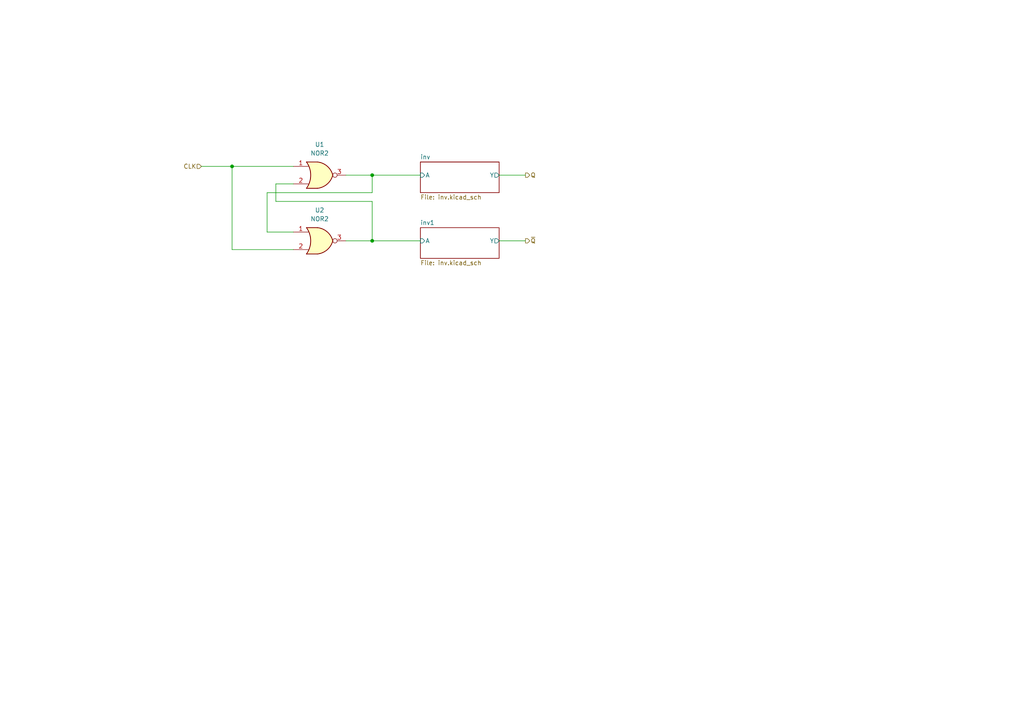
<source format=kicad_sch>
(kicad_sch (version 20211123) (generator eeschema)
  (paper "A4")
  (lib_symbols
    (symbol "VerilogLibrary:NOR2" (pin_names (offset 1.016))
      (property "Reference" "U" (at 0 1.27 0))
      (property "Value" "NOR2" (at 0 -1.27 0))
      (symbol "NOR2_1_1"
        (arc (start -3.81 -3.81) (mid -2.589 0) (end -3.81 3.81) (stroke (width 0.254)))
        (arc (start -0.6096 -3.81) (mid 2.1855 -2.584) (end 3.81 0) (stroke (width 0.254)) (fill (type background)))
        (polyline (pts (xy -3.81 -3.81) (xy -0.635 -3.81)) (stroke (width 0.254)) (fill (type background)))
        (polyline (pts (xy -3.81 3.81) (xy -0.635 3.81)) (stroke (width 0.254)) (fill (type background)))
        (polyline (pts (xy -0.635 3.81) (xy -3.81 3.81) (xy -3.81 3.81) (xy -3.556 3.4036) (xy -3.0226 2.2606) (xy -2.6924 1.0414) (xy -2.6162 -0.254) (xy -2.7686 -1.4986) (xy -3.175 -2.7178) (xy -3.81 -3.81) (xy -3.81 -3.81) (xy -0.635 -3.81)) (stroke (width -25.4)) (fill (type background)))
        (arc (start 3.81 0) (mid 2.1928 2.5925) (end -0.6096 3.81) (stroke (width 0.254)) (fill (type background)))
        (pin input line (at -7.62 2.54 0) (length 4.318) (name "~") (number "1"))
        (pin input line (at -7.62 -2.54 0) (length 4.318) (name "~") (number "2"))
        (pin output inverted (at 7.62 0 180) (length 3.81) (name "~") (number "3"))
      )
    )
  )
  (junction (at 107.95 50.8))
  (junction (at 107.95 69.85))
  (junction (at 67.31 48.26))
  (wire (pts (xy 80.01 58.42) (xy 80.01 53.34)))
  (wire (pts (xy 67.31 48.26) (xy 85.09 48.26)))
  (wire (pts (xy 100.33 69.85) (xy 107.95 69.85)))
  (wire (pts (xy 77.47 67.31) (xy 85.09 67.31)))
  (wire (pts (xy 144.78 50.8) (xy 152.4 50.8)))
  (wire (pts (xy 107.95 58.42) (xy 80.01 58.42)))
  (wire (pts (xy 80.01 53.34) (xy 85.09 53.34)))
  (wire (pts (xy 107.95 50.8) (xy 121.92 50.8)))
  (wire (pts (xy 107.95 50.8) (xy 107.95 55.88)))
  (wire (pts (xy 144.78 69.85) (xy 152.4 69.85)))
  (wire (pts (xy 58.42 48.26) (xy 67.31 48.26)))
  (wire (pts (xy 67.31 48.26) (xy 67.31 72.39)))
  (wire (pts (xy 100.33 50.8) (xy 107.95 50.8)))
  (wire (pts (xy 77.47 55.88) (xy 77.47 67.31)))
  (wire (pts (xy 107.95 69.85) (xy 121.92 69.85)))
  (wire (pts (xy 107.95 55.88) (xy 77.47 55.88)))
  (wire (pts (xy 67.31 72.39) (xy 85.09 72.39)))
  (wire (pts (xy 107.95 69.85) (xy 107.95 58.42)))
  (hierarchical_label "~{Q}" (shape output) (at 152.4 69.85 0))
  (hierarchical_label "CLK" (shape input) (at 58.42 48.26 180))
  (hierarchical_label "Q" (shape output) (at 152.4 50.8 0))
  (symbol (lib_id "VerilogLibrary:NOR2") (at 92.71 50.8 0) (unit 1)
    (property "Reference" "U1" (at 92.71 41.91 0))
    (property "Value" "NOR2" (at 92.71 44.45 0))
    (property "Datasheet" "http://www.ti.com/lit/gpn/sn74ls02" (effects hide))
  )
  (symbol (lib_id "VerilogLibrary:NOR2") (at 92.71 69.85 0) (unit 1)
    (property "Reference" "U2" (at 92.71 60.96 0))
    (property "Value" "NOR2" (at 92.71 63.5 0))
    (property "Datasheet" "http://www.ti.com/lit/gpn/sn74ls02" (effects hide))
  )
  (sheet (at 121.92 46.99) (size 22.86 8.89) (stroke (width 0.1524))
    (property "Sheet name" "inv" (at 121.92 46.2784 0) (effects (justify left bottom)))
    (property "Sheet file" "inv.kicad_sch" (at 121.92 56.4646 0) (effects (justify left top)))
    (pin "A" input (at 121.92 50.8 180))
    (pin "Y" output (at 144.78 50.8 0))
  )
  (sheet (at 121.92 66.04) (size 22.86 8.89) (stroke (width 0.1524))
    (property "Sheet name" "inv1" (at 121.92 65.3284 0) (effects (justify left bottom)))
    (property "Sheet file" "inv.kicad_sch" (at 121.92 75.5146 0) (effects (justify left top)))
    (pin "A" input (at 121.92 69.85 180))
    (pin "Y" output (at 144.78 69.85 0))
  )
)
</source>
